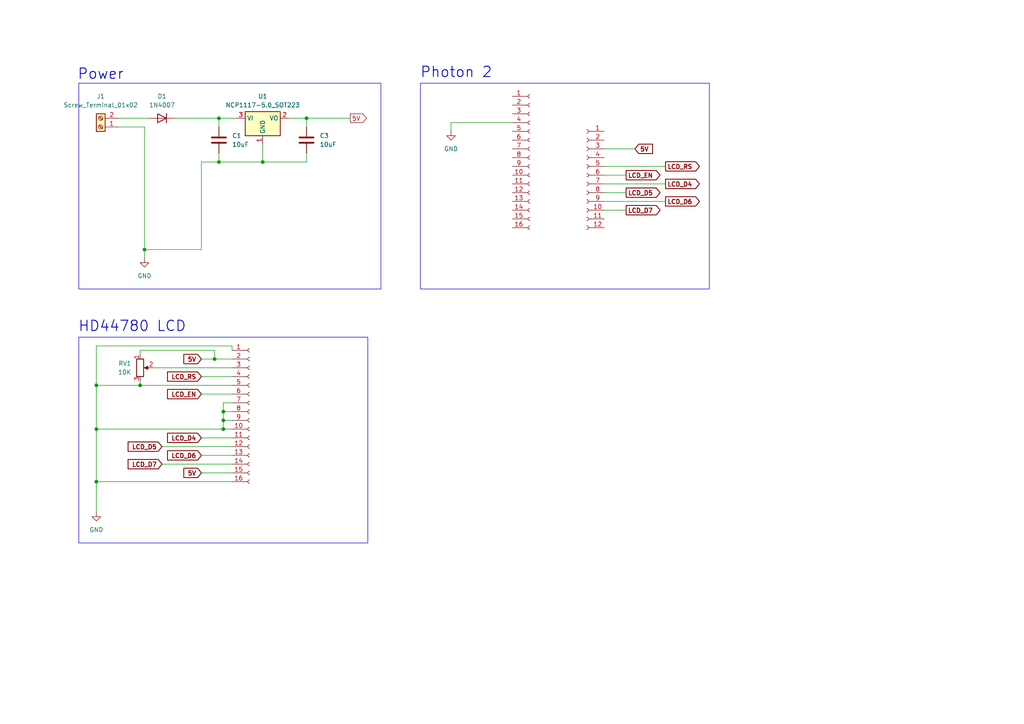
<source format=kicad_sch>
(kicad_sch (version 20231120) (generator "eeschema") (generator_version "8.0")
  (paper "A4")
  (lib_symbols
    (symbol "Connector:Conn_01x12_Socket" (pin_names (offset 1.016) hide)
      (symbol "Conn_01x12_Socket_1_1"
        (arc (start 0 -14.732) (mid -0.5058 -15.24) (end 0 -15.748) (stroke (width 0.1524)))
        (arc (start 0 -12.192) (mid -0.5058 -12.7) (end 0 -13.208) (stroke (width 0.1524)))
        (arc (start 0 -9.652) (mid -0.5058 -10.16) (end 0 -10.668) (stroke (width 0.1524)))
        (arc (start 0 -7.112) (mid -0.5058 -7.62) (end 0 -8.128) (stroke (width 0.1524)))
        (arc (start 0 -4.572) (mid -0.5058 -5.08) (end 0 -5.588) (stroke (width 0.1524)))
        (arc (start 0 -2.032) (mid -0.5058 -2.54) (end 0 -3.048) (stroke (width 0.1524)))
        (polyline (pts (xy -1.27 -15.24) (xy -0.508 -15.24)) (stroke (width 0.1524)))
        (polyline (pts (xy -1.27 -12.7) (xy -0.508 -12.7)) (stroke (width 0.1524)))
        (polyline (pts (xy -1.27 -10.16) (xy -0.508 -10.16)) (stroke (width 0.1524)))
        (polyline (pts (xy -1.27 -7.62) (xy -0.508 -7.62)) (stroke (width 0.1524)))
        (polyline (pts (xy -1.27 -5.08) (xy -0.508 -5.08)) (stroke (width 0.1524)))
        (polyline (pts (xy -1.27 -2.54) (xy -0.508 -2.54)) (stroke (width 0.1524)))
        (polyline (pts (xy -1.27 0) (xy -0.508 0)) (stroke (width 0.1524)))
        (polyline (pts (xy -1.27 2.54) (xy -0.508 2.54)) (stroke (width 0.1524)))
        (polyline (pts (xy -1.27 5.08) (xy -0.508 5.08)) (stroke (width 0.1524)))
        (polyline (pts (xy -1.27 7.62) (xy -0.508 7.62)) (stroke (width 0.1524)))
        (polyline (pts (xy -1.27 10.16) (xy -0.508 10.16)) (stroke (width 0.1524)))
        (polyline (pts (xy -1.27 12.7) (xy -0.508 12.7)) (stroke (width 0.1524)))
        (arc (start 0 0.508) (mid -0.5058 0) (end 0 -0.508) (stroke (width 0.1524)))
        (arc (start 0 3.048) (mid -0.5058 2.54) (end 0 2.032) (stroke (width 0.1524)))
        (arc (start 0 5.588) (mid -0.5058 5.08) (end 0 4.572) (stroke (width 0.1524)))
        (arc (start 0 8.128) (mid -0.5058 7.62) (end 0 7.112) (stroke (width 0.1524)))
        (arc (start 0 10.668) (mid -0.5058 10.16) (end 0 9.652) (stroke (width 0.1524)))
        (arc (start 0 13.208) (mid -0.5058 12.7) (end 0 12.192) (stroke (width 0.1524)))
        (pin passive line (at -5.08 12.7 0) (length 3.81) (name "Pin_1") (number "1"))
        (pin passive line (at -5.08 -10.16 0) (length 3.81) (name "Pin_10") (number "10"))
        (pin passive line (at -5.08 -12.7 0) (length 3.81) (name "Pin_11") (number "11"))
        (pin passive line (at -5.08 -15.24 0) (length 3.81) (name "Pin_12") (number "12"))
        (pin passive line (at -5.08 10.16 0) (length 3.81) (name "Pin_2") (number "2"))
        (pin passive line (at -5.08 7.62 0) (length 3.81) (name "Pin_3") (number "3"))
        (pin passive line (at -5.08 5.08 0) (length 3.81) (name "Pin_4") (number "4"))
        (pin passive line (at -5.08 2.54 0) (length 3.81) (name "Pin_5") (number "5"))
        (pin passive line (at -5.08 0 0) (length 3.81) (name "Pin_6") (number "6"))
        (pin passive line (at -5.08 -2.54 0) (length 3.81) (name "Pin_7") (number "7"))
        (pin passive line (at -5.08 -5.08 0) (length 3.81) (name "Pin_8") (number "8"))
        (pin passive line (at -5.08 -7.62 0) (length 3.81) (name "Pin_9") (number "9"))
      )
    )
    (symbol "Connector:Conn_01x16_Socket" (pin_names (offset 1.016) hide)
      (symbol "Conn_01x16_Socket_1_1"
        (arc (start 0 -19.812) (mid -0.5058 -20.32) (end 0 -20.828) (stroke (width 0.1524)))
        (arc (start 0 -17.272) (mid -0.5058 -17.78) (end 0 -18.288) (stroke (width 0.1524)))
        (arc (start 0 -14.732) (mid -0.5058 -15.24) (end 0 -15.748) (stroke (width 0.1524)))
        (arc (start 0 -12.192) (mid -0.5058 -12.7) (end 0 -13.208) (stroke (width 0.1524)))
        (arc (start 0 -9.652) (mid -0.5058 -10.16) (end 0 -10.668) (stroke (width 0.1524)))
        (arc (start 0 -7.112) (mid -0.5058 -7.62) (end 0 -8.128) (stroke (width 0.1524)))
        (arc (start 0 -4.572) (mid -0.5058 -5.08) (end 0 -5.588) (stroke (width 0.1524)))
        (arc (start 0 -2.032) (mid -0.5058 -2.54) (end 0 -3.048) (stroke (width 0.1524)))
        (polyline (pts (xy -1.27 -20.32) (xy -0.508 -20.32)) (stroke (width 0.1524)))
        (polyline (pts (xy -1.27 -17.78) (xy -0.508 -17.78)) (stroke (width 0.1524)))
        (polyline (pts (xy -1.27 -15.24) (xy -0.508 -15.24)) (stroke (width 0.1524)))
        (polyline (pts (xy -1.27 -12.7) (xy -0.508 -12.7)) (stroke (width 0.1524)))
        (polyline (pts (xy -1.27 -10.16) (xy -0.508 -10.16)) (stroke (width 0.1524)))
        (polyline (pts (xy -1.27 -7.62) (xy -0.508 -7.62)) (stroke (width 0.1524)))
        (polyline (pts (xy -1.27 -5.08) (xy -0.508 -5.08)) (stroke (width 0.1524)))
        (polyline (pts (xy -1.27 -2.54) (xy -0.508 -2.54)) (stroke (width 0.1524)))
        (polyline (pts (xy -1.27 0) (xy -0.508 0)) (stroke (width 0.1524)))
        (polyline (pts (xy -1.27 2.54) (xy -0.508 2.54)) (stroke (width 0.1524)))
        (polyline (pts (xy -1.27 5.08) (xy -0.508 5.08)) (stroke (width 0.1524)))
        (polyline (pts (xy -1.27 7.62) (xy -0.508 7.62)) (stroke (width 0.1524)))
        (polyline (pts (xy -1.27 10.16) (xy -0.508 10.16)) (stroke (width 0.1524)))
        (polyline (pts (xy -1.27 12.7) (xy -0.508 12.7)) (stroke (width 0.1524)))
        (polyline (pts (xy -1.27 15.24) (xy -0.508 15.24)) (stroke (width 0.1524)))
        (polyline (pts (xy -1.27 17.78) (xy -0.508 17.78)) (stroke (width 0.1524)))
        (arc (start 0 0.508) (mid -0.5058 0) (end 0 -0.508) (stroke (width 0.1524)))
        (arc (start 0 3.048) (mid -0.5058 2.54) (end 0 2.032) (stroke (width 0.1524)))
        (arc (start 0 5.588) (mid -0.5058 5.08) (end 0 4.572) (stroke (width 0.1524)))
        (arc (start 0 8.128) (mid -0.5058 7.62) (end 0 7.112) (stroke (width 0.1524)))
        (arc (start 0 10.668) (mid -0.5058 10.16) (end 0 9.652) (stroke (width 0.1524)))
        (arc (start 0 13.208) (mid -0.5058 12.7) (end 0 12.192) (stroke (width 0.1524)))
        (arc (start 0 15.748) (mid -0.5058 15.24) (end 0 14.732) (stroke (width 0.1524)))
        (arc (start 0 18.288) (mid -0.5058 17.78) (end 0 17.272) (stroke (width 0.1524)))
        (pin passive line (at -5.08 17.78 0) (length 3.81) (name "Pin_1") (number "1"))
        (pin passive line (at -5.08 -5.08 0) (length 3.81) (name "Pin_10") (number "10"))
        (pin passive line (at -5.08 -7.62 0) (length 3.81) (name "Pin_11") (number "11"))
        (pin passive line (at -5.08 -10.16 0) (length 3.81) (name "Pin_12") (number "12"))
        (pin passive line (at -5.08 -12.7 0) (length 3.81) (name "Pin_13") (number "13"))
        (pin passive line (at -5.08 -15.24 0) (length 3.81) (name "Pin_14") (number "14"))
        (pin passive line (at -5.08 -17.78 0) (length 3.81) (name "Pin_15") (number "15"))
        (pin passive line (at -5.08 -20.32 0) (length 3.81) (name "Pin_16") (number "16"))
        (pin passive line (at -5.08 15.24 0) (length 3.81) (name "Pin_2") (number "2"))
        (pin passive line (at -5.08 12.7 0) (length 3.81) (name "Pin_3") (number "3"))
        (pin passive line (at -5.08 10.16 0) (length 3.81) (name "Pin_4") (number "4"))
        (pin passive line (at -5.08 7.62 0) (length 3.81) (name "Pin_5") (number "5"))
        (pin passive line (at -5.08 5.08 0) (length 3.81) (name "Pin_6") (number "6"))
        (pin passive line (at -5.08 2.54 0) (length 3.81) (name "Pin_7") (number "7"))
        (pin passive line (at -5.08 0 0) (length 3.81) (name "Pin_8") (number "8"))
        (pin passive line (at -5.08 -2.54 0) (length 3.81) (name "Pin_9") (number "9"))
      )
    )
    (symbol "Connector:Screw_Terminal_01x02" (pin_names (offset 1.016) hide)
      (property "Reference" "J" (at 0 2.54 0))
      (property "Value" "Screw_Terminal_01x02" (at 0 -5.08 0))
      (symbol "Screw_Terminal_01x02_1_1"
        (rectangle (start -1.27 1.27) (end 1.27 -3.81) (stroke (width 0.254)) (fill (type background)))
        (circle (center 0 -2.54) (radius 0.635) (stroke (width 0.1524)))
        (polyline (pts (xy -0.5334 -2.2098) (xy 0.3302 -3.048)) (stroke (width 0.1524)))
        (polyline (pts (xy -0.5334 0.3302) (xy 0.3302 -0.508)) (stroke (width 0.1524)))
        (polyline (pts (xy -0.3556 -2.032) (xy 0.508 -2.8702)) (stroke (width 0.1524)))
        (polyline (pts (xy -0.3556 0.508) (xy 0.508 -0.3302)) (stroke (width 0.1524)))
        (circle (center 0 0) (radius 0.635) (stroke (width 0.1524)))
        (pin passive line (at -5.08 0 0) (length 3.81) (name "Pin_1") (number "1"))
        (pin passive line (at -5.08 -2.54 0) (length 3.81) (name "Pin_2") (number "2"))
      )
    )
    (symbol "Device:C" (pin_numbers hide) (pin_names (offset 0.254))
      (property "Reference" "C" (at 0.635 2.54 0))
      (property "Value" "C" (at 0.635 -2.54 0))
      (symbol "C_0_1"
        (polyline (pts (xy -2.032 -0.762) (xy 2.032 -0.762)) (stroke (width 0.508)))
        (polyline (pts (xy -2.032 0.762) (xy 2.032 0.762)) (stroke (width 0.508)))
      )
      (symbol "C_1_1"
        (pin passive line (at 0 3.81 270) (length 2.794) (name "~") (number "1"))
        (pin passive line (at 0 -3.81 90) (length 2.794) (name "~") (number "2"))
      )
    )
    (symbol "Device:D" (pin_numbers hide) (pin_names (offset 1.016) hide)
      (property "Reference" "D" (at 0 2.54 0))
      (property "Value" "D" (at 0 -2.54 0))
      (symbol "D_0_1"
        (polyline (pts (xy -1.27 1.27) (xy -1.27 -1.27)) (stroke (width 0.254)))
        (polyline (pts (xy 1.27 0) (xy -1.27 0)))
        (polyline (pts (xy 1.27 1.27) (xy 1.27 -1.27) (xy -1.27 0) (xy 1.27 1.27)) (stroke (width 0.254)))
      )
      (symbol "D_1_1"
        (pin passive line (at -3.81 0 0) (length 2.54) (name "K") (number "1"))
        (pin passive line (at 3.81 0 180) (length 2.54) (name "A") (number "2"))
      )
    )
    (symbol "Device:R_Potentiometer" (pin_names (offset 1.016) hide)
      (property "Reference" "RV" (at -4.445 0 90))
      (property "Value" "R_Potentiometer" (at -2.54 0 90))
      (symbol "R_Potentiometer_0_1"
        (polyline (pts (xy 2.54 0) (xy 1.524 0)))
        (polyline (pts (xy 1.143 0) (xy 2.286 0.508) (xy 2.286 -0.508) (xy 1.143 0)) (fill (type outline)))
        (rectangle (start 1.016 2.54) (end -1.016 -2.54) (stroke (width 0.254)))
      )
      (symbol "R_Potentiometer_1_1"
        (pin passive line (at 0 3.81 270) (length 1.27) (name "1") (number "1"))
        (pin passive line (at 3.81 0 180) (length 1.27) (name "2") (number "2"))
        (pin passive line (at 0 -3.81 90) (length 1.27) (name "3") (number "3"))
      )
    )
    (symbol "Regulator_Linear:NCP1117-5.0_SOT223"
      (property "Reference" "U" (at -3.81 3.175 0))
      (property "Value" "NCP1117-5.0_SOT223" (at 0 3.175 0))
      (symbol "NCP1117-5.0_SOT223_0_1"
        (rectangle (start -5.08 -5.08) (end 5.08 1.905) (stroke (width 0.254)) (fill (type background)))
      )
      (symbol "NCP1117-5.0_SOT223_1_1"
        (pin power_in line (at 0 -7.62 90) (length 2.54) (name "GND") (number "1"))
        (pin power_out line (at 7.62 0 180) (length 2.54) (name "VO") (number "2"))
        (pin power_in line (at -7.62 0 0) (length 2.54) (name "VI") (number "3"))
      )
    )
    (symbol "power:GND" (power) (pin_numbers hide) (pin_names (offset 0) hide)
      (property "Value" "GND" (at 0 -3.81 0))
      (symbol "GND_0_1"
        (polyline (pts (xy 0 0) (xy 0 -1.27) (xy 1.27 -1.27) (xy 0 -2.54) (xy -1.27 -1.27) (xy 0 -1.27)))
      )
      (symbol "GND_1_1"
        (pin power_in line (at 0 0 270) (length 0) (name "~") (number "1"))
      )
    )
  )
  (junction (at 64.77 124.46))
  (junction (at 40.64 111.76))
  (junction (at 64.77 119.38))
  (junction (at 76.2 46.99))
  (junction (at 27.94 139.7))
  (junction (at 63.5 34.29))
  (junction (at 62.23 104.14))
  (junction (at 27.94 111.76))
  (junction (at 88.9 34.29))
  (junction (at 27.94 124.46))
  (junction (at 64.77 121.92))
  (junction (at 41.91 72.39))
  (junction (at 63.5 46.99))
  (wire (pts (xy 46.99 134.62) (xy 67.31 134.62)))
  (wire (pts (xy 62.23 104.14) (xy 67.31 104.14)))
  (wire (pts (xy 58.42 127) (xy 67.31 127)))
  (wire (pts (xy 64.77 119.38) (xy 64.77 121.92)))
  (wire (pts (xy 40.64 102.87) (xy 40.64 101.6)))
  (wire (pts (xy 88.9 34.29) (xy 101.6 34.29)))
  (wire (pts (xy 67.31 119.38) (xy 64.77 119.38)))
  (wire (pts (xy 27.94 100.33) (xy 27.94 111.76)))
  (wire (pts (xy 175.26 50.8) (xy 181.61 50.8)))
  (wire (pts (xy 175.26 53.34) (xy 193.04 53.34)))
  (wire (pts (xy 58.42 109.22) (xy 67.31 109.22)))
  (wire (pts (xy 50.8 34.29) (xy 63.5 34.29)))
  (wire (pts (xy 76.2 46.99) (xy 63.5 46.99)))
  (wire (pts (xy 175.26 60.96) (xy 181.61 60.96)))
  (wire (pts (xy 41.91 72.39) (xy 41.91 74.93)))
  (wire (pts (xy 27.94 124.46) (xy 27.94 139.7)))
  (wire (pts (xy 44.45 106.68) (xy 67.31 106.68)))
  (wire (pts (xy 63.5 44.45) (xy 63.5 46.99)))
  (wire (pts (xy 40.64 110.49) (xy 40.64 111.76)))
  (wire (pts (xy 88.9 44.45) (xy 88.9 46.99)))
  (wire (pts (xy 175.26 48.26) (xy 193.04 48.26)))
  (wire (pts (xy 64.77 116.84) (xy 64.77 119.38)))
  (wire (pts (xy 27.94 100.33) (xy 67.31 100.33)))
  (wire (pts (xy 62.23 101.6) (xy 62.23 104.14)))
  (wire (pts (xy 63.5 34.29) (xy 68.58 34.29)))
  (wire (pts (xy 130.81 35.56) (xy 148.59 35.56)))
  (wire (pts (xy 27.94 111.76) (xy 40.64 111.76)))
  (wire (pts (xy 34.29 34.29) (xy 43.18 34.29)))
  (wire (pts (xy 46.99 129.54) (xy 67.31 129.54)))
  (wire (pts (xy 175.26 55.88) (xy 181.61 55.88)))
  (wire (pts (xy 83.82 34.29) (xy 88.9 34.29)))
  (wire (pts (xy 41.91 36.83) (xy 41.91 72.39)))
  (wire (pts (xy 58.42 114.3) (xy 67.31 114.3)))
  (wire (pts (xy 76.2 46.99) (xy 76.2 41.91)))
  (wire (pts (xy 63.5 46.99) (xy 58.42 46.99)))
  (wire (pts (xy 41.91 72.39) (xy 58.42 72.39)))
  (wire (pts (xy 175.26 58.42) (xy 193.04 58.42)))
  (wire (pts (xy 64.77 121.92) (xy 64.77 124.46)))
  (wire (pts (xy 27.94 139.7) (xy 27.94 148.59)))
  (wire (pts (xy 58.42 137.16) (xy 67.31 137.16)))
  (wire (pts (xy 88.9 34.29) (xy 88.9 36.83)))
  (wire (pts (xy 67.31 116.84) (xy 64.77 116.84)))
  (wire (pts (xy 34.29 36.83) (xy 41.91 36.83)))
  (wire (pts (xy 27.94 139.7) (xy 67.31 139.7)))
  (wire (pts (xy 40.64 101.6) (xy 62.23 101.6)))
  (wire (pts (xy 27.94 124.46) (xy 64.77 124.46)))
  (wire (pts (xy 58.42 104.14) (xy 62.23 104.14)))
  (wire (pts (xy 67.31 100.33) (xy 67.31 101.6)))
  (wire (pts (xy 58.42 132.08) (xy 67.31 132.08)))
  (wire (pts (xy 67.31 121.92) (xy 64.77 121.92)))
  (wire (pts (xy 63.5 34.29) (xy 63.5 36.83)))
  (wire (pts (xy 58.42 46.99) (xy 58.42 72.39)))
  (wire (pts (xy 27.94 111.76) (xy 27.94 124.46)))
  (wire (pts (xy 175.26 43.18) (xy 184.15 43.18)))
  (wire (pts (xy 88.9 46.99) (xy 76.2 46.99)))
  (wire (pts (xy 130.81 38.1) (xy 130.81 35.56)))
  (wire (pts (xy 40.64 111.76) (xy 67.31 111.76)))
  (wire (pts (xy 64.77 124.46) (xy 67.31 124.46)))
  (rectangle (start 22.86 97.79) (end 106.68 157.48))
  (rectangle (start 121.92 24.13) (end 205.74 83.82))
  (rectangle (start 22.86 24.13) (end 110.49 83.82))
  (text "HD44780 LCD" (at 38.354 94.742 0) (effects (font (size 3 3) (thickness 0.254) (bold yes))))
  (text "Photon 2" (at 132.334 21.082 0) (effects (font (size 3 3) (thickness 0.254) (bold yes))))
  (text "Power" (at 29.21 21.59 0) (effects (font (size 3 3) (thickness 0.254) (bold yes))))
  (global_label "LCD_D7" (shape output) (at 181.61 60.96 0) (effects (font (thickness 0.254) (bold yes))) (property "Intersheetrefs" "${INTERSHEET_REFS}" (effects (hide yes))))
  (global_label "LCD_D6" (shape input) (at 58.42 132.08 180) (effects (font (thickness 0.254) (bold yes))) (property "Intersheetrefs" "${INTERSHEET_REFS}" (effects (hide yes))))
  (global_label "LCD_D5" (shape input) (at 46.99 129.54 180) (effects (font (thickness 0.254) (bold yes))) (property "Intersheetrefs" "${INTERSHEET_REFS}" (effects (hide yes))))
  (global_label "LCD_D6" (shape output) (at 193.04 58.42 0) (effects (font (thickness 0.254) (bold yes))) (property "Intersheetrefs" "${INTERSHEET_REFS}" (effects (hide yes))))
  (global_label "5V" (shape input) (at 184.15 43.18 0) (effects (font (thickness 0.254) (bold yes))) (property "Intersheetrefs" "${INTERSHEET_REFS}" (effects (hide yes))))
  (global_label "5V" (shape input) (at 58.42 137.16 180) (effects (font (thickness 0.254) (bold yes))) (property "Intersheetrefs" "${INTERSHEET_REFS}" (effects (hide yes))))
  (global_label "LCD_RS" (shape input) (at 58.42 109.22 180) (effects (font (thickness 0.254) (bold yes))) (property "Intersheetrefs" "${INTERSHEET_REFS}" (effects (hide yes))))
  (global_label "LCD_D7" (shape input) (at 46.99 134.62 180) (effects (font (thickness 0.254) (bold yes))) (property "Intersheetrefs" "${INTERSHEET_REFS}" (effects (hide yes))))
  (global_label "LCD_RS" (shape output) (at 193.04 48.26 0) (effects (font (thickness 0.254) (bold yes))) (property "Intersheetrefs" "${INTERSHEET_REFS}" (effects (hide yes))))
  (global_label "LCD_D5" (shape output) (at 181.61 55.88 0) (effects (font (thickness 0.254) (bold yes))) (property "Intersheetrefs" "${INTERSHEET_REFS}" (effects (hide yes))))
  (global_label "5V" (shape output) (at 101.6 34.29 0) (property "Intersheetrefs" "${INTERSHEET_REFS}" (effects (hide yes))))
  (global_label "LCD_EN" (shape output) (at 181.61 50.8 0) (effects (font (thickness 0.254) (bold yes))) (property "Intersheetrefs" "${INTERSHEET_REFS}" (effects (hide yes))))
  (global_label "LCD_EN" (shape input) (at 58.42 114.3 180) (effects (font (thickness 0.254) (bold yes))) (property "Intersheetrefs" "${INTERSHEET_REFS}" (effects (hide yes))))
  (global_label "LCD_D4" (shape output) (at 193.04 53.34 0) (effects (font (thickness 0.254) (bold yes))) (property "Intersheetrefs" "${INTERSHEET_REFS}" (effects (hide yes))))
  (global_label "LCD_D4" (shape input) (at 58.42 127 180) (effects (font (thickness 0.254) (bold yes))) (property "Intersheetrefs" "${INTERSHEET_REFS}" (effects (hide yes))))
  (global_label "5V" (shape input) (at 58.42 104.14 180) (effects (font (thickness 0.254) (bold yes))) (property "Intersheetrefs" "${INTERSHEET_REFS}" (effects (hide yes))))
  (symbol (lib_id "Device:D") (at 46.99 34.29 180) (unit 1)
    (property "Reference" "D1" (at 46.99 27.94 0))
    (property "Value" "1N4007" (at 46.99 30.48 0))
    (property "Footprint" "Diode_THT:D_DO-15_P15.24mm_Horizontal" (effects (hide yes)))
    (property "Description" "Diode" (effects (hide yes)))
    (property "Sim.Device" "D" (effects (hide yes)))
    (property "Sim.Pins" "1=K 2=A" (effects (hide yes)))
  )
  (symbol (lib_id "Regulator_Linear:NCP1117-5.0_SOT223") (at 76.2 34.29 0) (unit 1)
    (property "Reference" "U1" (at 76.2 27.94 0))
    (property "Value" "NCP1117-5.0_SOT223" (at 76.2 30.48 0))
    (property "Footprint" "Package_TO_SOT_SMD:SOT-223-3_TabPin2" (effects (hide yes)))
    (property "Datasheet" "http://www.onsemi.com/pub_link/Collateral/NCP1117-D.PDF" (effects (hide yes)))
    (property "Description" "1A Low drop-out regulator, Fixed Output 5V, SOT-223" (effects (hide yes)))
  )
  (symbol (lib_id "power:GND") (at 41.91 74.93 0) (unit 1)
    (property "Reference" "#PWR01" (effects (hide yes)))
    (property "Value" "GND" (at 41.91 80.01 0))
    (property "Description" "Power symbol creates a global label with name \"GND\" , ground" (effects (hide yes)))
  )
  (symbol (lib_id "Connector:Conn_01x12_Socket") (at 170.18 50.8 0) (mirror y) (unit 1)
    (property "Reference" "J3" (effects (hide yes)))
    (property "Value" "Conn_01x12_Socket" (effects (hide yes)))
    (property "Footprint" "Connector_PinSocket_2.54mm:PinSocket_1x12_P2.54mm_Vertical" (effects (hide yes)))
    (property "Description" "Generic connector, single row, 01x12, script generated" (effects (hide yes)))
  )
  (symbol (lib_id "power:GND") (at 27.94 148.59 0) (unit 1)
    (property "Reference" "#PWR03" (effects (hide yes)))
    (property "Value" "GND" (at 27.94 153.67 0))
    (property "Description" "Power symbol creates a global label with name \"GND\" , ground" (effects (hide yes)))
  )
  (symbol (lib_id "Connector:Screw_Terminal_01x02") (at 29.21 36.83 180) (unit 1)
    (property "Reference" "J1" (at 29.21 27.94 0))
    (property "Value" "Screw_Terminal_01x02" (at 29.21 30.48 0))
    (property "Footprint" "TerminalBlock:TerminalBlock_bornier-2_P5.08mm" (effects (hide yes)))
    (property "Description" "Generic screw terminal, single row, 01x02, script generated (kicad-library-utils/schlib/autogen/connector/)" (effects (hide yes)))
  )
  (symbol (lib_id "Device:C") (at 63.5 40.64 0) (unit 1)
    (property "Reference" "C1" (at 67.31 39.3699 0) (effects (justify left)))
    (property "Value" "10uF" (at 67.31 41.9099 0) (effects (justify left)))
    (property "Footprint" "Capacitor_SMD:C_1210_3225Metric_Pad1.33x2.70mm_HandSolder" (effects (hide yes)))
    (property "Description" "Unpolarized capacitor" (effects (hide yes)))
  )
  (symbol (lib_id "Connector:Conn_01x16_Socket") (at 72.39 119.38 0) (unit 1)
    (property "Reference" "J4" (effects (hide yes)))
    (property "Value" "Conn_01x16_Socket" (effects (hide yes)))
    (property "Footprint" "Connector_PinSocket_2.54mm:PinSocket_1x16_P2.54mm_Vertical" (effects (hide yes)))
    (property "Description" "Generic connector, single row, 01x16, script generated" (effects (hide yes)))
  )
  (symbol (lib_id "Device:C") (at 88.9 40.64 0) (unit 1)
    (property "Reference" "C3" (at 92.71 39.3699 0) (effects (justify left)))
    (property "Value" "10uF" (at 92.71 41.9099 0) (effects (justify left)))
    (property "Footprint" "Capacitor_SMD:C_1210_3225Metric_Pad1.33x2.70mm_HandSolder" (effects (hide yes)))
    (property "Description" "Unpolarized capacitor" (effects (hide yes)))
  )
  (symbol (lib_id "Connector:Conn_01x16_Socket") (at 153.67 45.72 0) (unit 1)
    (property "Reference" "J2" (effects (hide yes)))
    (property "Value" "Conn_01x16_Socket" (effects (hide yes)))
    (property "Footprint" "Connector_PinSocket_2.54mm:PinSocket_1x16_P2.54mm_Vertical" (effects (hide yes)))
    (property "Description" "Generic connector, single row, 01x16, script generated" (effects (hide yes)))
  )
  (symbol (lib_id "Device:R_Potentiometer") (at 40.64 106.68 0) (unit 1)
    (property "Reference" "RV1" (at 38.1 105.4099 0) (effects (justify right)))
    (property "Value" "10K" (at 38.1 107.9499 0) (effects (justify right)))
    (property "Footprint" "Potentiometer_THT:Potentiometer_Bourns_3386P_Vertical" (effects (hide yes)))
    (property "Description" "Potentiometer" (effects (hide yes)))
  )
  (symbol (lib_id "power:GND") (at 130.81 38.1 0) (unit 1)
    (property "Reference" "#PWR02" (effects (hide yes)))
    (property "Value" "GND" (at 130.81 43.18 0))
    (property "Description" "Power symbol creates a global label with name \"GND\" , ground" (effects (hide yes)))
  )
)
</source>
